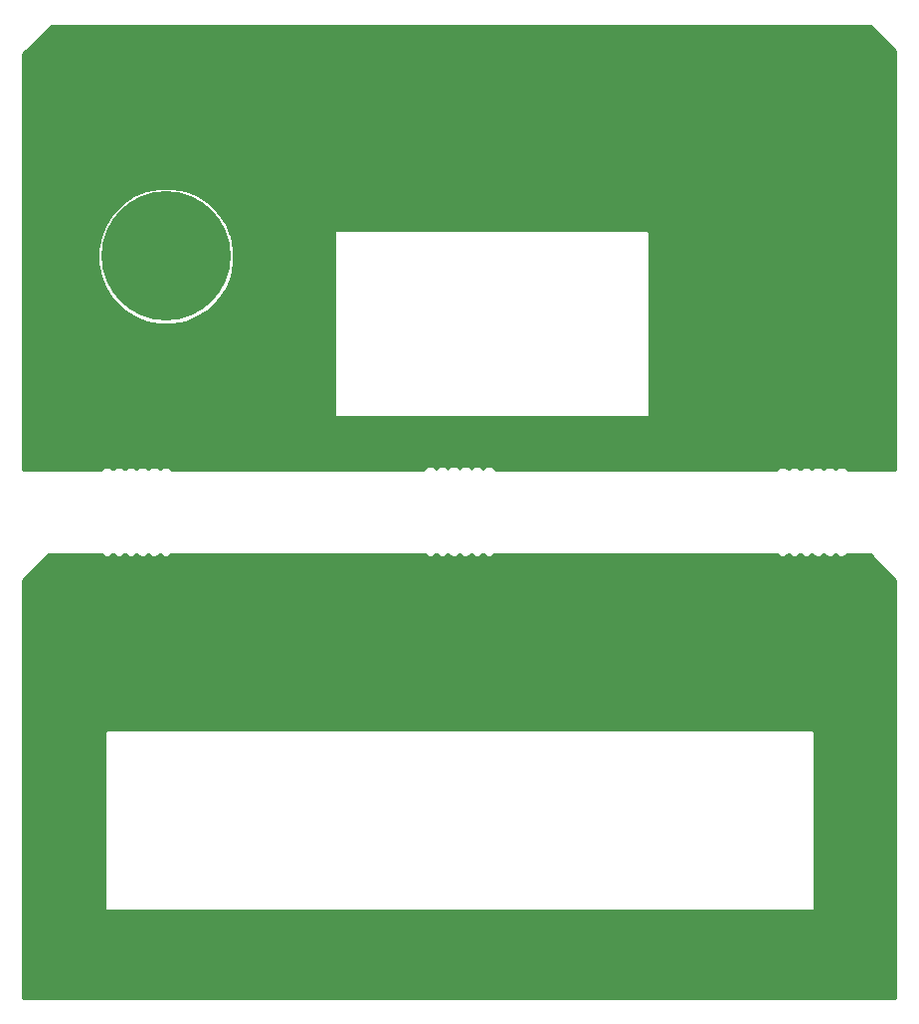
<source format=gbr>
G04 #@! TF.GenerationSoftware,KiCad,Pcbnew,(5.1.5)-3*
G04 #@! TF.CreationDate,2020-02-21T13:09:46+01:00*
G04 #@! TF.ProjectId,radiointerface-panel,72616469-6f69-46e7-9465-72666163652d,rev?*
G04 #@! TF.SameCoordinates,Original*
G04 #@! TF.FileFunction,Copper,L2,Bot*
G04 #@! TF.FilePolarity,Positive*
%FSLAX46Y46*%
G04 Gerber Fmt 4.6, Leading zero omitted, Abs format (unit mm)*
G04 Created by KiCad (PCBNEW (5.1.5)-3) date 2020-02-21 13:09:46*
%MOMM*%
%LPD*%
G04 APERTURE LIST*
%ADD10C,11.000000*%
%ADD11C,6.400000*%
%ADD12C,0.250000*%
G04 APERTURE END LIST*
D10*
X62500000Y-70000000D03*
D11*
X120625000Y-98725000D03*
X54375000Y-98725000D03*
X120625000Y-129775000D03*
X54375000Y-129775000D03*
X54375000Y-53725000D03*
X120625000Y-53725000D03*
X54375000Y-84775000D03*
X120625000Y-84775000D03*
D12*
G36*
X57014531Y-95398414D02*
G01*
X57101586Y-95485469D01*
X57203952Y-95553868D01*
X57317694Y-95600981D01*
X57438443Y-95625000D01*
X57561557Y-95625000D01*
X57682306Y-95600981D01*
X57796048Y-95553868D01*
X57898414Y-95485469D01*
X57985469Y-95398414D01*
X58000000Y-95376667D01*
X58014531Y-95398414D01*
X58101586Y-95485469D01*
X58203952Y-95553868D01*
X58317694Y-95600981D01*
X58438443Y-95625000D01*
X58561557Y-95625000D01*
X58682306Y-95600981D01*
X58796048Y-95553868D01*
X58898414Y-95485469D01*
X58985469Y-95398414D01*
X59000000Y-95376667D01*
X59014531Y-95398414D01*
X59101586Y-95485469D01*
X59203952Y-95553868D01*
X59317694Y-95600981D01*
X59438443Y-95625000D01*
X59561557Y-95625000D01*
X59682306Y-95600981D01*
X59796048Y-95553868D01*
X59898414Y-95485469D01*
X59985469Y-95398414D01*
X60000000Y-95376667D01*
X60014531Y-95398414D01*
X60101586Y-95485469D01*
X60203952Y-95553868D01*
X60317694Y-95600981D01*
X60438443Y-95625000D01*
X60561557Y-95625000D01*
X60682306Y-95600981D01*
X60796048Y-95553868D01*
X60898414Y-95485469D01*
X60985469Y-95398414D01*
X61000000Y-95376667D01*
X61014531Y-95398414D01*
X61101586Y-95485469D01*
X61203952Y-95553868D01*
X61317694Y-95600981D01*
X61438443Y-95625000D01*
X61561557Y-95625000D01*
X61682306Y-95600981D01*
X61796048Y-95553868D01*
X61898414Y-95485469D01*
X61985469Y-95398414D01*
X62000000Y-95376667D01*
X62014531Y-95398414D01*
X62101586Y-95485469D01*
X62203952Y-95553868D01*
X62317694Y-95600981D01*
X62438443Y-95625000D01*
X62561557Y-95625000D01*
X62682306Y-95600981D01*
X62796048Y-95553868D01*
X62898414Y-95485469D01*
X62985469Y-95398414D01*
X63001114Y-95375000D01*
X84498886Y-95375000D01*
X84514531Y-95398414D01*
X84601586Y-95485469D01*
X84703952Y-95553868D01*
X84817694Y-95600981D01*
X84938443Y-95625000D01*
X85061557Y-95625000D01*
X85182306Y-95600981D01*
X85296048Y-95553868D01*
X85398414Y-95485469D01*
X85485469Y-95398414D01*
X85500000Y-95376667D01*
X85514531Y-95398414D01*
X85601586Y-95485469D01*
X85703952Y-95553868D01*
X85817694Y-95600981D01*
X85938443Y-95625000D01*
X86061557Y-95625000D01*
X86182306Y-95600981D01*
X86296048Y-95553868D01*
X86398414Y-95485469D01*
X86485469Y-95398414D01*
X86500000Y-95376667D01*
X86514531Y-95398414D01*
X86601586Y-95485469D01*
X86703952Y-95553868D01*
X86817694Y-95600981D01*
X86938443Y-95625000D01*
X87061557Y-95625000D01*
X87182306Y-95600981D01*
X87296048Y-95553868D01*
X87398414Y-95485469D01*
X87485469Y-95398414D01*
X87500000Y-95376667D01*
X87514531Y-95398414D01*
X87601586Y-95485469D01*
X87703952Y-95553868D01*
X87817694Y-95600981D01*
X87938443Y-95625000D01*
X88061557Y-95625000D01*
X88182306Y-95600981D01*
X88296048Y-95553868D01*
X88398414Y-95485469D01*
X88485469Y-95398414D01*
X88500000Y-95376667D01*
X88514531Y-95398414D01*
X88601586Y-95485469D01*
X88703952Y-95553868D01*
X88817694Y-95600981D01*
X88938443Y-95625000D01*
X89061557Y-95625000D01*
X89182306Y-95600981D01*
X89296048Y-95553868D01*
X89398414Y-95485469D01*
X89485469Y-95398414D01*
X89500000Y-95376667D01*
X89514531Y-95398414D01*
X89601586Y-95485469D01*
X89703952Y-95553868D01*
X89817694Y-95600981D01*
X89938443Y-95625000D01*
X90061557Y-95625000D01*
X90182306Y-95600981D01*
X90296048Y-95553868D01*
X90398414Y-95485469D01*
X90485469Y-95398414D01*
X90501114Y-95375000D01*
X114498886Y-95375000D01*
X114514531Y-95398414D01*
X114601586Y-95485469D01*
X114703952Y-95553868D01*
X114817694Y-95600981D01*
X114938443Y-95625000D01*
X115061557Y-95625000D01*
X115182306Y-95600981D01*
X115296048Y-95553868D01*
X115398414Y-95485469D01*
X115485469Y-95398414D01*
X115500000Y-95376667D01*
X115514531Y-95398414D01*
X115601586Y-95485469D01*
X115703952Y-95553868D01*
X115817694Y-95600981D01*
X115938443Y-95625000D01*
X116061557Y-95625000D01*
X116182306Y-95600981D01*
X116296048Y-95553868D01*
X116398414Y-95485469D01*
X116485469Y-95398414D01*
X116500000Y-95376667D01*
X116514531Y-95398414D01*
X116601586Y-95485469D01*
X116703952Y-95553868D01*
X116817694Y-95600981D01*
X116938443Y-95625000D01*
X117061557Y-95625000D01*
X117182306Y-95600981D01*
X117296048Y-95553868D01*
X117398414Y-95485469D01*
X117485469Y-95398414D01*
X117500000Y-95376667D01*
X117514531Y-95398414D01*
X117601586Y-95485469D01*
X117703952Y-95553868D01*
X117817694Y-95600981D01*
X117938443Y-95625000D01*
X118061557Y-95625000D01*
X118182306Y-95600981D01*
X118296048Y-95553868D01*
X118398414Y-95485469D01*
X118485469Y-95398414D01*
X118500000Y-95376667D01*
X118514531Y-95398414D01*
X118601586Y-95485469D01*
X118703952Y-95553868D01*
X118817694Y-95600981D01*
X118938443Y-95625000D01*
X119061557Y-95625000D01*
X119182306Y-95600981D01*
X119296048Y-95553868D01*
X119398414Y-95485469D01*
X119485469Y-95398414D01*
X119500000Y-95376667D01*
X119514531Y-95398414D01*
X119601586Y-95485469D01*
X119703952Y-95553868D01*
X119817694Y-95600981D01*
X119938443Y-95625000D01*
X120061557Y-95625000D01*
X120182306Y-95600981D01*
X120296048Y-95553868D01*
X120398414Y-95485469D01*
X120485469Y-95398414D01*
X120501114Y-95375000D01*
X122448224Y-95375000D01*
X124625000Y-97551776D01*
X124625000Y-133125000D01*
X50375000Y-133125000D01*
X50375000Y-110500000D01*
X57299033Y-110500000D01*
X57300001Y-110509827D01*
X57300000Y-125490183D01*
X57299033Y-125500000D01*
X57302895Y-125539207D01*
X57314331Y-125576907D01*
X57332902Y-125611651D01*
X57357895Y-125642105D01*
X57388349Y-125667098D01*
X57423093Y-125685669D01*
X57460793Y-125697105D01*
X57500000Y-125700967D01*
X57509817Y-125700000D01*
X117490183Y-125700000D01*
X117500000Y-125700967D01*
X117539207Y-125697105D01*
X117576907Y-125685669D01*
X117611651Y-125667098D01*
X117642105Y-125642105D01*
X117667098Y-125611651D01*
X117685669Y-125576907D01*
X117697105Y-125539207D01*
X117700000Y-125509817D01*
X117700000Y-125509816D01*
X117700967Y-125500000D01*
X117700000Y-125490183D01*
X117700000Y-110509817D01*
X117700967Y-110500000D01*
X117697105Y-110460793D01*
X117685669Y-110423093D01*
X117667098Y-110388349D01*
X117642105Y-110357895D01*
X117611651Y-110332902D01*
X117576907Y-110314331D01*
X117539207Y-110302895D01*
X117509817Y-110300000D01*
X117500000Y-110299033D01*
X117490183Y-110300000D01*
X57509817Y-110300000D01*
X57500000Y-110299033D01*
X57490183Y-110300000D01*
X57460793Y-110302895D01*
X57423093Y-110314331D01*
X57388349Y-110332902D01*
X57357895Y-110357895D01*
X57332902Y-110388349D01*
X57314331Y-110423093D01*
X57302895Y-110460793D01*
X57299033Y-110500000D01*
X50375000Y-110500000D01*
X50375000Y-97551776D01*
X52551776Y-95375000D01*
X56998886Y-95375000D01*
X57014531Y-95398414D01*
G37*
X57014531Y-95398414D02*
X57101586Y-95485469D01*
X57203952Y-95553868D01*
X57317694Y-95600981D01*
X57438443Y-95625000D01*
X57561557Y-95625000D01*
X57682306Y-95600981D01*
X57796048Y-95553868D01*
X57898414Y-95485469D01*
X57985469Y-95398414D01*
X58000000Y-95376667D01*
X58014531Y-95398414D01*
X58101586Y-95485469D01*
X58203952Y-95553868D01*
X58317694Y-95600981D01*
X58438443Y-95625000D01*
X58561557Y-95625000D01*
X58682306Y-95600981D01*
X58796048Y-95553868D01*
X58898414Y-95485469D01*
X58985469Y-95398414D01*
X59000000Y-95376667D01*
X59014531Y-95398414D01*
X59101586Y-95485469D01*
X59203952Y-95553868D01*
X59317694Y-95600981D01*
X59438443Y-95625000D01*
X59561557Y-95625000D01*
X59682306Y-95600981D01*
X59796048Y-95553868D01*
X59898414Y-95485469D01*
X59985469Y-95398414D01*
X60000000Y-95376667D01*
X60014531Y-95398414D01*
X60101586Y-95485469D01*
X60203952Y-95553868D01*
X60317694Y-95600981D01*
X60438443Y-95625000D01*
X60561557Y-95625000D01*
X60682306Y-95600981D01*
X60796048Y-95553868D01*
X60898414Y-95485469D01*
X60985469Y-95398414D01*
X61000000Y-95376667D01*
X61014531Y-95398414D01*
X61101586Y-95485469D01*
X61203952Y-95553868D01*
X61317694Y-95600981D01*
X61438443Y-95625000D01*
X61561557Y-95625000D01*
X61682306Y-95600981D01*
X61796048Y-95553868D01*
X61898414Y-95485469D01*
X61985469Y-95398414D01*
X62000000Y-95376667D01*
X62014531Y-95398414D01*
X62101586Y-95485469D01*
X62203952Y-95553868D01*
X62317694Y-95600981D01*
X62438443Y-95625000D01*
X62561557Y-95625000D01*
X62682306Y-95600981D01*
X62796048Y-95553868D01*
X62898414Y-95485469D01*
X62985469Y-95398414D01*
X63001114Y-95375000D01*
X84498886Y-95375000D01*
X84514531Y-95398414D01*
X84601586Y-95485469D01*
X84703952Y-95553868D01*
X84817694Y-95600981D01*
X84938443Y-95625000D01*
X85061557Y-95625000D01*
X85182306Y-95600981D01*
X85296048Y-95553868D01*
X85398414Y-95485469D01*
X85485469Y-95398414D01*
X85500000Y-95376667D01*
X85514531Y-95398414D01*
X85601586Y-95485469D01*
X85703952Y-95553868D01*
X85817694Y-95600981D01*
X85938443Y-95625000D01*
X86061557Y-95625000D01*
X86182306Y-95600981D01*
X86296048Y-95553868D01*
X86398414Y-95485469D01*
X86485469Y-95398414D01*
X86500000Y-95376667D01*
X86514531Y-95398414D01*
X86601586Y-95485469D01*
X86703952Y-95553868D01*
X86817694Y-95600981D01*
X86938443Y-95625000D01*
X87061557Y-95625000D01*
X87182306Y-95600981D01*
X87296048Y-95553868D01*
X87398414Y-95485469D01*
X87485469Y-95398414D01*
X87500000Y-95376667D01*
X87514531Y-95398414D01*
X87601586Y-95485469D01*
X87703952Y-95553868D01*
X87817694Y-95600981D01*
X87938443Y-95625000D01*
X88061557Y-95625000D01*
X88182306Y-95600981D01*
X88296048Y-95553868D01*
X88398414Y-95485469D01*
X88485469Y-95398414D01*
X88500000Y-95376667D01*
X88514531Y-95398414D01*
X88601586Y-95485469D01*
X88703952Y-95553868D01*
X88817694Y-95600981D01*
X88938443Y-95625000D01*
X89061557Y-95625000D01*
X89182306Y-95600981D01*
X89296048Y-95553868D01*
X89398414Y-95485469D01*
X89485469Y-95398414D01*
X89500000Y-95376667D01*
X89514531Y-95398414D01*
X89601586Y-95485469D01*
X89703952Y-95553868D01*
X89817694Y-95600981D01*
X89938443Y-95625000D01*
X90061557Y-95625000D01*
X90182306Y-95600981D01*
X90296048Y-95553868D01*
X90398414Y-95485469D01*
X90485469Y-95398414D01*
X90501114Y-95375000D01*
X114498886Y-95375000D01*
X114514531Y-95398414D01*
X114601586Y-95485469D01*
X114703952Y-95553868D01*
X114817694Y-95600981D01*
X114938443Y-95625000D01*
X115061557Y-95625000D01*
X115182306Y-95600981D01*
X115296048Y-95553868D01*
X115398414Y-95485469D01*
X115485469Y-95398414D01*
X115500000Y-95376667D01*
X115514531Y-95398414D01*
X115601586Y-95485469D01*
X115703952Y-95553868D01*
X115817694Y-95600981D01*
X115938443Y-95625000D01*
X116061557Y-95625000D01*
X116182306Y-95600981D01*
X116296048Y-95553868D01*
X116398414Y-95485469D01*
X116485469Y-95398414D01*
X116500000Y-95376667D01*
X116514531Y-95398414D01*
X116601586Y-95485469D01*
X116703952Y-95553868D01*
X116817694Y-95600981D01*
X116938443Y-95625000D01*
X117061557Y-95625000D01*
X117182306Y-95600981D01*
X117296048Y-95553868D01*
X117398414Y-95485469D01*
X117485469Y-95398414D01*
X117500000Y-95376667D01*
X117514531Y-95398414D01*
X117601586Y-95485469D01*
X117703952Y-95553868D01*
X117817694Y-95600981D01*
X117938443Y-95625000D01*
X118061557Y-95625000D01*
X118182306Y-95600981D01*
X118296048Y-95553868D01*
X118398414Y-95485469D01*
X118485469Y-95398414D01*
X118500000Y-95376667D01*
X118514531Y-95398414D01*
X118601586Y-95485469D01*
X118703952Y-95553868D01*
X118817694Y-95600981D01*
X118938443Y-95625000D01*
X119061557Y-95625000D01*
X119182306Y-95600981D01*
X119296048Y-95553868D01*
X119398414Y-95485469D01*
X119485469Y-95398414D01*
X119500000Y-95376667D01*
X119514531Y-95398414D01*
X119601586Y-95485469D01*
X119703952Y-95553868D01*
X119817694Y-95600981D01*
X119938443Y-95625000D01*
X120061557Y-95625000D01*
X120182306Y-95600981D01*
X120296048Y-95553868D01*
X120398414Y-95485469D01*
X120485469Y-95398414D01*
X120501114Y-95375000D01*
X122448224Y-95375000D01*
X124625000Y-97551776D01*
X124625000Y-133125000D01*
X50375000Y-133125000D01*
X50375000Y-110500000D01*
X57299033Y-110500000D01*
X57300001Y-110509827D01*
X57300000Y-125490183D01*
X57299033Y-125500000D01*
X57302895Y-125539207D01*
X57314331Y-125576907D01*
X57332902Y-125611651D01*
X57357895Y-125642105D01*
X57388349Y-125667098D01*
X57423093Y-125685669D01*
X57460793Y-125697105D01*
X57500000Y-125700967D01*
X57509817Y-125700000D01*
X117490183Y-125700000D01*
X117500000Y-125700967D01*
X117539207Y-125697105D01*
X117576907Y-125685669D01*
X117611651Y-125667098D01*
X117642105Y-125642105D01*
X117667098Y-125611651D01*
X117685669Y-125576907D01*
X117697105Y-125539207D01*
X117700000Y-125509817D01*
X117700000Y-125509816D01*
X117700967Y-125500000D01*
X117700000Y-125490183D01*
X117700000Y-110509817D01*
X117700967Y-110500000D01*
X117697105Y-110460793D01*
X117685669Y-110423093D01*
X117667098Y-110388349D01*
X117642105Y-110357895D01*
X117611651Y-110332902D01*
X117576907Y-110314331D01*
X117539207Y-110302895D01*
X117509817Y-110300000D01*
X117500000Y-110299033D01*
X117490183Y-110300000D01*
X57509817Y-110300000D01*
X57500000Y-110299033D01*
X57490183Y-110300000D01*
X57460793Y-110302895D01*
X57423093Y-110314331D01*
X57388349Y-110332902D01*
X57357895Y-110357895D01*
X57332902Y-110388349D01*
X57314331Y-110423093D01*
X57302895Y-110460793D01*
X57299033Y-110500000D01*
X50375000Y-110500000D01*
X50375000Y-97551776D01*
X52551776Y-95375000D01*
X56998886Y-95375000D01*
X57014531Y-95398414D01*
G36*
X124625000Y-52551776D02*
G01*
X124625000Y-88125000D01*
X120501114Y-88125000D01*
X120485469Y-88101586D01*
X120398414Y-88014531D01*
X120296048Y-87946132D01*
X120182306Y-87899019D01*
X120061557Y-87875000D01*
X119938443Y-87875000D01*
X119817694Y-87899019D01*
X119703952Y-87946132D01*
X119601586Y-88014531D01*
X119514531Y-88101586D01*
X119500000Y-88123333D01*
X119485469Y-88101586D01*
X119398414Y-88014531D01*
X119296048Y-87946132D01*
X119182306Y-87899019D01*
X119061557Y-87875000D01*
X118938443Y-87875000D01*
X118817694Y-87899019D01*
X118703952Y-87946132D01*
X118601586Y-88014531D01*
X118514531Y-88101586D01*
X118500000Y-88123333D01*
X118485469Y-88101586D01*
X118398414Y-88014531D01*
X118296048Y-87946132D01*
X118182306Y-87899019D01*
X118061557Y-87875000D01*
X117938443Y-87875000D01*
X117817694Y-87899019D01*
X117703952Y-87946132D01*
X117601586Y-88014531D01*
X117514531Y-88101586D01*
X117500000Y-88123333D01*
X117485469Y-88101586D01*
X117398414Y-88014531D01*
X117296048Y-87946132D01*
X117182306Y-87899019D01*
X117061557Y-87875000D01*
X116938443Y-87875000D01*
X116817694Y-87899019D01*
X116703952Y-87946132D01*
X116601586Y-88014531D01*
X116514531Y-88101586D01*
X116500000Y-88123333D01*
X116485469Y-88101586D01*
X116398414Y-88014531D01*
X116296048Y-87946132D01*
X116182306Y-87899019D01*
X116061557Y-87875000D01*
X115938443Y-87875000D01*
X115817694Y-87899019D01*
X115703952Y-87946132D01*
X115601586Y-88014531D01*
X115514531Y-88101586D01*
X115500000Y-88123333D01*
X115485469Y-88101586D01*
X115398414Y-88014531D01*
X115296048Y-87946132D01*
X115182306Y-87899019D01*
X115061557Y-87875000D01*
X114938443Y-87875000D01*
X114817694Y-87899019D01*
X114703952Y-87946132D01*
X114601586Y-88014531D01*
X114514531Y-88101586D01*
X114498886Y-88125000D01*
X90555338Y-88125000D01*
X90553868Y-88121452D01*
X90485469Y-88019086D01*
X90398414Y-87932031D01*
X90296048Y-87863632D01*
X90182306Y-87816519D01*
X90061557Y-87792500D01*
X89938443Y-87792500D01*
X89817694Y-87816519D01*
X89703952Y-87863632D01*
X89601586Y-87932031D01*
X89514531Y-88019086D01*
X89500000Y-88040833D01*
X89485469Y-88019086D01*
X89398414Y-87932031D01*
X89296048Y-87863632D01*
X89182306Y-87816519D01*
X89061557Y-87792500D01*
X88938443Y-87792500D01*
X88817694Y-87816519D01*
X88703952Y-87863632D01*
X88601586Y-87932031D01*
X88514531Y-88019086D01*
X88500000Y-88040833D01*
X88485469Y-88019086D01*
X88398414Y-87932031D01*
X88296048Y-87863632D01*
X88182306Y-87816519D01*
X88061557Y-87792500D01*
X87938443Y-87792500D01*
X87817694Y-87816519D01*
X87703952Y-87863632D01*
X87601586Y-87932031D01*
X87514531Y-88019086D01*
X87500000Y-88040833D01*
X87485469Y-88019086D01*
X87398414Y-87932031D01*
X87296048Y-87863632D01*
X87182306Y-87816519D01*
X87061557Y-87792500D01*
X86938443Y-87792500D01*
X86817694Y-87816519D01*
X86703952Y-87863632D01*
X86601586Y-87932031D01*
X86514531Y-88019086D01*
X86500000Y-88040833D01*
X86485469Y-88019086D01*
X86398414Y-87932031D01*
X86296048Y-87863632D01*
X86182306Y-87816519D01*
X86061557Y-87792500D01*
X85938443Y-87792500D01*
X85817694Y-87816519D01*
X85703952Y-87863632D01*
X85601586Y-87932031D01*
X85514531Y-88019086D01*
X85500000Y-88040833D01*
X85485469Y-88019086D01*
X85398414Y-87932031D01*
X85296048Y-87863632D01*
X85182306Y-87816519D01*
X85061557Y-87792500D01*
X84938443Y-87792500D01*
X84817694Y-87816519D01*
X84703952Y-87863632D01*
X84601586Y-87932031D01*
X84514531Y-88019086D01*
X84446132Y-88121452D01*
X84444662Y-88125000D01*
X63001114Y-88125000D01*
X62985469Y-88101586D01*
X62898414Y-88014531D01*
X62796048Y-87946132D01*
X62682306Y-87899019D01*
X62561557Y-87875000D01*
X62438443Y-87875000D01*
X62317694Y-87899019D01*
X62203952Y-87946132D01*
X62101586Y-88014531D01*
X62014531Y-88101586D01*
X62000000Y-88123333D01*
X61985469Y-88101586D01*
X61898414Y-88014531D01*
X61796048Y-87946132D01*
X61682306Y-87899019D01*
X61561557Y-87875000D01*
X61438443Y-87875000D01*
X61317694Y-87899019D01*
X61203952Y-87946132D01*
X61101586Y-88014531D01*
X61014531Y-88101586D01*
X61000000Y-88123333D01*
X60985469Y-88101586D01*
X60898414Y-88014531D01*
X60796048Y-87946132D01*
X60682306Y-87899019D01*
X60561557Y-87875000D01*
X60438443Y-87875000D01*
X60317694Y-87899019D01*
X60203952Y-87946132D01*
X60101586Y-88014531D01*
X60014531Y-88101586D01*
X60000000Y-88123333D01*
X59985469Y-88101586D01*
X59898414Y-88014531D01*
X59796048Y-87946132D01*
X59682306Y-87899019D01*
X59561557Y-87875000D01*
X59438443Y-87875000D01*
X59317694Y-87899019D01*
X59203952Y-87946132D01*
X59101586Y-88014531D01*
X59014531Y-88101586D01*
X59000000Y-88123333D01*
X58985469Y-88101586D01*
X58898414Y-88014531D01*
X58796048Y-87946132D01*
X58682306Y-87899019D01*
X58561557Y-87875000D01*
X58438443Y-87875000D01*
X58317694Y-87899019D01*
X58203952Y-87946132D01*
X58101586Y-88014531D01*
X58014531Y-88101586D01*
X58000000Y-88123333D01*
X57985469Y-88101586D01*
X57898414Y-88014531D01*
X57796048Y-87946132D01*
X57682306Y-87899019D01*
X57561557Y-87875000D01*
X57438443Y-87875000D01*
X57317694Y-87899019D01*
X57203952Y-87946132D01*
X57101586Y-88014531D01*
X57014531Y-88101586D01*
X56998886Y-88125000D01*
X50375000Y-88125000D01*
X50375000Y-69426288D01*
X56675000Y-69426288D01*
X56675000Y-70573712D01*
X56898851Y-71699090D01*
X57337952Y-72759172D01*
X57975427Y-73713221D01*
X58786779Y-74524573D01*
X59740828Y-75162048D01*
X60800910Y-75601149D01*
X61926288Y-75825000D01*
X63073712Y-75825000D01*
X64199090Y-75601149D01*
X65259172Y-75162048D01*
X66213221Y-74524573D01*
X67024573Y-73713221D01*
X67662048Y-72759172D01*
X68101149Y-71699090D01*
X68325000Y-70573712D01*
X68325000Y-69426288D01*
X68101149Y-68300910D01*
X67976508Y-68000000D01*
X76799033Y-68000000D01*
X76800000Y-68009817D01*
X76800001Y-83490173D01*
X76799033Y-83500000D01*
X76802895Y-83539207D01*
X76814331Y-83576907D01*
X76832902Y-83611651D01*
X76857895Y-83642105D01*
X76888349Y-83667098D01*
X76923093Y-83685669D01*
X76960793Y-83697105D01*
X76990183Y-83700000D01*
X77000000Y-83700967D01*
X77009817Y-83700000D01*
X103490183Y-83700000D01*
X103500000Y-83700967D01*
X103509817Y-83700000D01*
X103539207Y-83697105D01*
X103576907Y-83685669D01*
X103611651Y-83667098D01*
X103642105Y-83642105D01*
X103667098Y-83611651D01*
X103685669Y-83576907D01*
X103697105Y-83539207D01*
X103700967Y-83500000D01*
X103700000Y-83490183D01*
X103700000Y-68009817D01*
X103700967Y-68000000D01*
X103697105Y-67960793D01*
X103685669Y-67923093D01*
X103667098Y-67888349D01*
X103642105Y-67857895D01*
X103611651Y-67832902D01*
X103576907Y-67814331D01*
X103539207Y-67802895D01*
X103509817Y-67800000D01*
X103500000Y-67799033D01*
X103490183Y-67800000D01*
X77009817Y-67800000D01*
X77000000Y-67799033D01*
X76990183Y-67800000D01*
X76960793Y-67802895D01*
X76923093Y-67814331D01*
X76888349Y-67832902D01*
X76857895Y-67857895D01*
X76832902Y-67888349D01*
X76814331Y-67923093D01*
X76802895Y-67960793D01*
X76799033Y-68000000D01*
X67976508Y-68000000D01*
X67662048Y-67240828D01*
X67024573Y-66286779D01*
X66213221Y-65475427D01*
X65259172Y-64837952D01*
X64199090Y-64398851D01*
X63073712Y-64175000D01*
X61926288Y-64175000D01*
X60800910Y-64398851D01*
X59740828Y-64837952D01*
X58786779Y-65475427D01*
X57975427Y-66286779D01*
X57337952Y-67240828D01*
X56898851Y-68300910D01*
X56675000Y-69426288D01*
X50375000Y-69426288D01*
X50375000Y-52801776D01*
X52801776Y-50375000D01*
X122448224Y-50375000D01*
X124625000Y-52551776D01*
G37*
X124625000Y-52551776D02*
X124625000Y-88125000D01*
X120501114Y-88125000D01*
X120485469Y-88101586D01*
X120398414Y-88014531D01*
X120296048Y-87946132D01*
X120182306Y-87899019D01*
X120061557Y-87875000D01*
X119938443Y-87875000D01*
X119817694Y-87899019D01*
X119703952Y-87946132D01*
X119601586Y-88014531D01*
X119514531Y-88101586D01*
X119500000Y-88123333D01*
X119485469Y-88101586D01*
X119398414Y-88014531D01*
X119296048Y-87946132D01*
X119182306Y-87899019D01*
X119061557Y-87875000D01*
X118938443Y-87875000D01*
X118817694Y-87899019D01*
X118703952Y-87946132D01*
X118601586Y-88014531D01*
X118514531Y-88101586D01*
X118500000Y-88123333D01*
X118485469Y-88101586D01*
X118398414Y-88014531D01*
X118296048Y-87946132D01*
X118182306Y-87899019D01*
X118061557Y-87875000D01*
X117938443Y-87875000D01*
X117817694Y-87899019D01*
X117703952Y-87946132D01*
X117601586Y-88014531D01*
X117514531Y-88101586D01*
X117500000Y-88123333D01*
X117485469Y-88101586D01*
X117398414Y-88014531D01*
X117296048Y-87946132D01*
X117182306Y-87899019D01*
X117061557Y-87875000D01*
X116938443Y-87875000D01*
X116817694Y-87899019D01*
X116703952Y-87946132D01*
X116601586Y-88014531D01*
X116514531Y-88101586D01*
X116500000Y-88123333D01*
X116485469Y-88101586D01*
X116398414Y-88014531D01*
X116296048Y-87946132D01*
X116182306Y-87899019D01*
X116061557Y-87875000D01*
X115938443Y-87875000D01*
X115817694Y-87899019D01*
X115703952Y-87946132D01*
X115601586Y-88014531D01*
X115514531Y-88101586D01*
X115500000Y-88123333D01*
X115485469Y-88101586D01*
X115398414Y-88014531D01*
X115296048Y-87946132D01*
X115182306Y-87899019D01*
X115061557Y-87875000D01*
X114938443Y-87875000D01*
X114817694Y-87899019D01*
X114703952Y-87946132D01*
X114601586Y-88014531D01*
X114514531Y-88101586D01*
X114498886Y-88125000D01*
X90555338Y-88125000D01*
X90553868Y-88121452D01*
X90485469Y-88019086D01*
X90398414Y-87932031D01*
X90296048Y-87863632D01*
X90182306Y-87816519D01*
X90061557Y-87792500D01*
X89938443Y-87792500D01*
X89817694Y-87816519D01*
X89703952Y-87863632D01*
X89601586Y-87932031D01*
X89514531Y-88019086D01*
X89500000Y-88040833D01*
X89485469Y-88019086D01*
X89398414Y-87932031D01*
X89296048Y-87863632D01*
X89182306Y-87816519D01*
X89061557Y-87792500D01*
X88938443Y-87792500D01*
X88817694Y-87816519D01*
X88703952Y-87863632D01*
X88601586Y-87932031D01*
X88514531Y-88019086D01*
X88500000Y-88040833D01*
X88485469Y-88019086D01*
X88398414Y-87932031D01*
X88296048Y-87863632D01*
X88182306Y-87816519D01*
X88061557Y-87792500D01*
X87938443Y-87792500D01*
X87817694Y-87816519D01*
X87703952Y-87863632D01*
X87601586Y-87932031D01*
X87514531Y-88019086D01*
X87500000Y-88040833D01*
X87485469Y-88019086D01*
X87398414Y-87932031D01*
X87296048Y-87863632D01*
X87182306Y-87816519D01*
X87061557Y-87792500D01*
X86938443Y-87792500D01*
X86817694Y-87816519D01*
X86703952Y-87863632D01*
X86601586Y-87932031D01*
X86514531Y-88019086D01*
X86500000Y-88040833D01*
X86485469Y-88019086D01*
X86398414Y-87932031D01*
X86296048Y-87863632D01*
X86182306Y-87816519D01*
X86061557Y-87792500D01*
X85938443Y-87792500D01*
X85817694Y-87816519D01*
X85703952Y-87863632D01*
X85601586Y-87932031D01*
X85514531Y-88019086D01*
X85500000Y-88040833D01*
X85485469Y-88019086D01*
X85398414Y-87932031D01*
X85296048Y-87863632D01*
X85182306Y-87816519D01*
X85061557Y-87792500D01*
X84938443Y-87792500D01*
X84817694Y-87816519D01*
X84703952Y-87863632D01*
X84601586Y-87932031D01*
X84514531Y-88019086D01*
X84446132Y-88121452D01*
X84444662Y-88125000D01*
X63001114Y-88125000D01*
X62985469Y-88101586D01*
X62898414Y-88014531D01*
X62796048Y-87946132D01*
X62682306Y-87899019D01*
X62561557Y-87875000D01*
X62438443Y-87875000D01*
X62317694Y-87899019D01*
X62203952Y-87946132D01*
X62101586Y-88014531D01*
X62014531Y-88101586D01*
X62000000Y-88123333D01*
X61985469Y-88101586D01*
X61898414Y-88014531D01*
X61796048Y-87946132D01*
X61682306Y-87899019D01*
X61561557Y-87875000D01*
X61438443Y-87875000D01*
X61317694Y-87899019D01*
X61203952Y-87946132D01*
X61101586Y-88014531D01*
X61014531Y-88101586D01*
X61000000Y-88123333D01*
X60985469Y-88101586D01*
X60898414Y-88014531D01*
X60796048Y-87946132D01*
X60682306Y-87899019D01*
X60561557Y-87875000D01*
X60438443Y-87875000D01*
X60317694Y-87899019D01*
X60203952Y-87946132D01*
X60101586Y-88014531D01*
X60014531Y-88101586D01*
X60000000Y-88123333D01*
X59985469Y-88101586D01*
X59898414Y-88014531D01*
X59796048Y-87946132D01*
X59682306Y-87899019D01*
X59561557Y-87875000D01*
X59438443Y-87875000D01*
X59317694Y-87899019D01*
X59203952Y-87946132D01*
X59101586Y-88014531D01*
X59014531Y-88101586D01*
X59000000Y-88123333D01*
X58985469Y-88101586D01*
X58898414Y-88014531D01*
X58796048Y-87946132D01*
X58682306Y-87899019D01*
X58561557Y-87875000D01*
X58438443Y-87875000D01*
X58317694Y-87899019D01*
X58203952Y-87946132D01*
X58101586Y-88014531D01*
X58014531Y-88101586D01*
X58000000Y-88123333D01*
X57985469Y-88101586D01*
X57898414Y-88014531D01*
X57796048Y-87946132D01*
X57682306Y-87899019D01*
X57561557Y-87875000D01*
X57438443Y-87875000D01*
X57317694Y-87899019D01*
X57203952Y-87946132D01*
X57101586Y-88014531D01*
X57014531Y-88101586D01*
X56998886Y-88125000D01*
X50375000Y-88125000D01*
X50375000Y-69426288D01*
X56675000Y-69426288D01*
X56675000Y-70573712D01*
X56898851Y-71699090D01*
X57337952Y-72759172D01*
X57975427Y-73713221D01*
X58786779Y-74524573D01*
X59740828Y-75162048D01*
X60800910Y-75601149D01*
X61926288Y-75825000D01*
X63073712Y-75825000D01*
X64199090Y-75601149D01*
X65259172Y-75162048D01*
X66213221Y-74524573D01*
X67024573Y-73713221D01*
X67662048Y-72759172D01*
X68101149Y-71699090D01*
X68325000Y-70573712D01*
X68325000Y-69426288D01*
X68101149Y-68300910D01*
X67976508Y-68000000D01*
X76799033Y-68000000D01*
X76800000Y-68009817D01*
X76800001Y-83490173D01*
X76799033Y-83500000D01*
X76802895Y-83539207D01*
X76814331Y-83576907D01*
X76832902Y-83611651D01*
X76857895Y-83642105D01*
X76888349Y-83667098D01*
X76923093Y-83685669D01*
X76960793Y-83697105D01*
X76990183Y-83700000D01*
X77000000Y-83700967D01*
X77009817Y-83700000D01*
X103490183Y-83700000D01*
X103500000Y-83700967D01*
X103509817Y-83700000D01*
X103539207Y-83697105D01*
X103576907Y-83685669D01*
X103611651Y-83667098D01*
X103642105Y-83642105D01*
X103667098Y-83611651D01*
X103685669Y-83576907D01*
X103697105Y-83539207D01*
X103700967Y-83500000D01*
X103700000Y-83490183D01*
X103700000Y-68009817D01*
X103700967Y-68000000D01*
X103697105Y-67960793D01*
X103685669Y-67923093D01*
X103667098Y-67888349D01*
X103642105Y-67857895D01*
X103611651Y-67832902D01*
X103576907Y-67814331D01*
X103539207Y-67802895D01*
X103509817Y-67800000D01*
X103500000Y-67799033D01*
X103490183Y-67800000D01*
X77009817Y-67800000D01*
X77000000Y-67799033D01*
X76990183Y-67800000D01*
X76960793Y-67802895D01*
X76923093Y-67814331D01*
X76888349Y-67832902D01*
X76857895Y-67857895D01*
X76832902Y-67888349D01*
X76814331Y-67923093D01*
X76802895Y-67960793D01*
X76799033Y-68000000D01*
X67976508Y-68000000D01*
X67662048Y-67240828D01*
X67024573Y-66286779D01*
X66213221Y-65475427D01*
X65259172Y-64837952D01*
X64199090Y-64398851D01*
X63073712Y-64175000D01*
X61926288Y-64175000D01*
X60800910Y-64398851D01*
X59740828Y-64837952D01*
X58786779Y-65475427D01*
X57975427Y-66286779D01*
X57337952Y-67240828D01*
X56898851Y-68300910D01*
X56675000Y-69426288D01*
X50375000Y-69426288D01*
X50375000Y-52801776D01*
X52801776Y-50375000D01*
X122448224Y-50375000D01*
X124625000Y-52551776D01*
M02*

</source>
